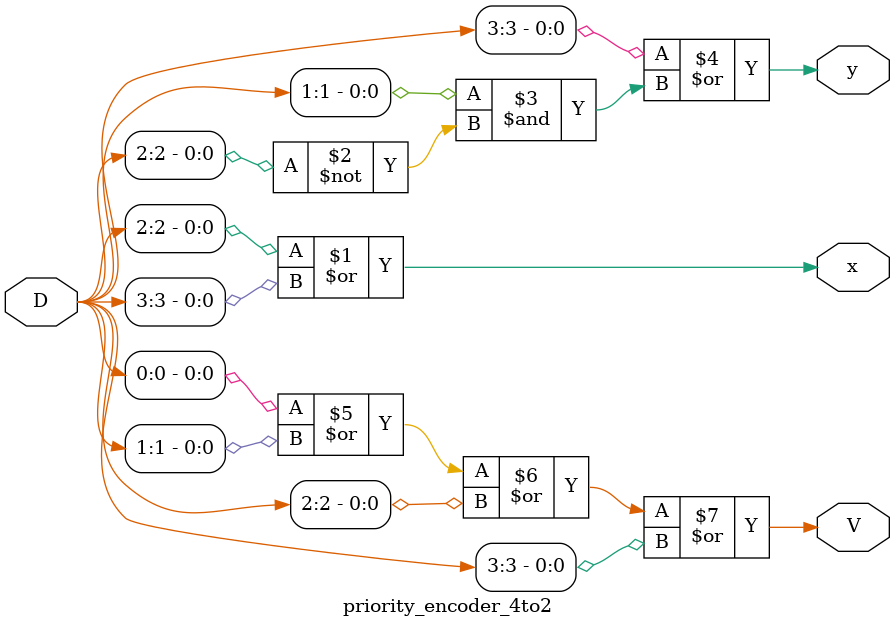
<source format=v>
`timescale 1ns / 1ps


module priority_encoder_4to2(D, x, y, V);

input [3:0] D;
output x, y, V;

assign x = D[2] | D[3];
assign y = D[3] | (D[1] & ~D[2]);
assign V = D[0] | D[1] | D[2] | D[3];

endmodule

</source>
